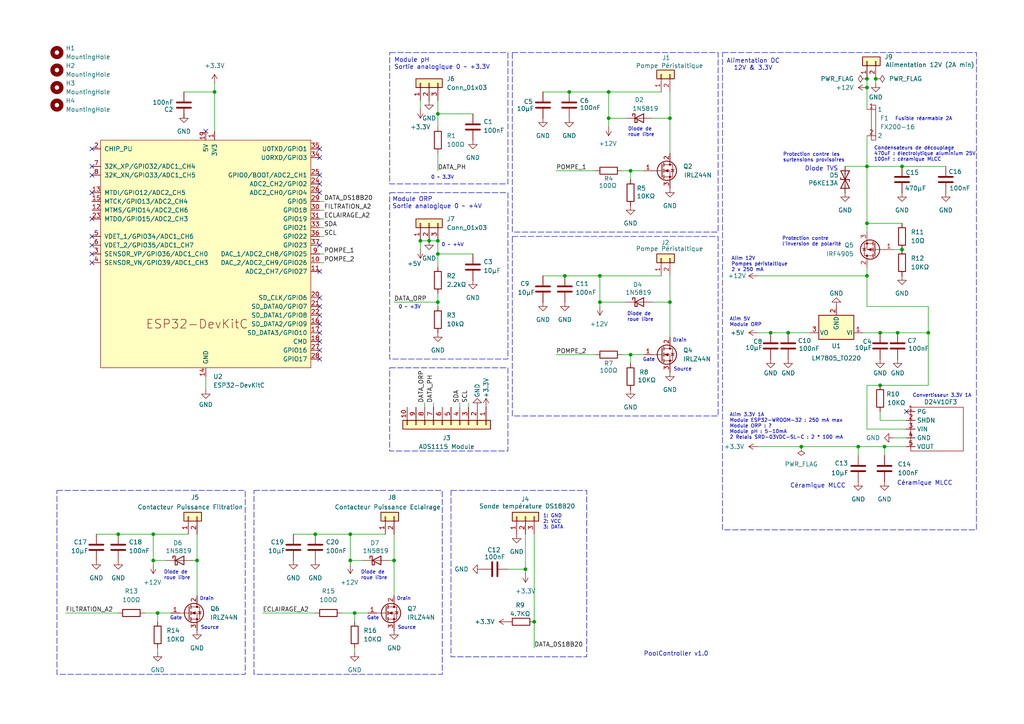
<source format=kicad_sch>
(kicad_sch (version 20250114) (generator "eeschema") (generator_version "9.0")
  (paper "A4")
  (rectangle (start 113.03 55.88) (end 147.32 104.14) (stroke (width 0) (type dash)))
  (rectangle (start 130.81 142.24) (end 170.18 190.5) (stroke (width 0) (type dash)))
  (rectangle (start 148.59 68.58) (end 208.28 120.65) (stroke (width 0) (type dash)))
  (rectangle (start 113.03 15.24) (end 147.32 53.34) (stroke (width 0) (type dash)))
  (rectangle (start 113.03 106.68) (end 147.32 130.81) (stroke (width 0) (type dash)))
  (rectangle (start 73.66 142.24) (end 128.27 195.58) (stroke (width 0) (type dash)))
  (rectangle (start 16.51 142.24) (end 71.12 195.58) (stroke (width 0) (type dash)))
  (rectangle (start 148.59 15.24) (end 208.28 67.31) (stroke (width 0) (type dash)))
  (rectangle (start 209.55 15.24) (end 283.21 153.67) (stroke (width 0) (type dash)))
  (text "0 ~ +4V" (at 128.016 71.12 0) (effects (font (size 1.016 1.016)) (justify left)))
  (text "Alimentation DC\n12V & 3.3V" (at 218.44 18.796 0) (effects (font (size 1.27 1.27))))
  (text "Protection contre \nl'inversion de polarité" (at 226.822 70.104 0) (effects (font (size 1.016 1.016)) (justify left)))
  (text "Céramique MLCC" (at 268.224 140.208 0) (effects (font (size 1.27 1.27))))
  (text "Diode de\nroue libre" (at 47.498 166.878 0) (effects (font (size 1.016 1.016)) (justify left)))
  (text "PoolController v1.0" (at 196.088 189.738 0) (effects (font (size 1.27 1.27))))
  (text "Gate" (at 106.426 179.324 0) (effects (font (size 1.016 1.016)) (justify left)))
  (text "Drain" (at 115.062 173.736 0) (effects (font (size 1.016 1.016)) (justify left)))
  (text "Diode de\nroue libre" (at 182.118 38.354 0) (effects (font (size 1.016 1.016)) (justify left)))
  (text "Module ORP \nSortie analogique 0 ~ +4V" (at 113.792 58.928 0) (effects (font (size 1.27 1.27)) (justify left)))
  (text "Diode de\nroue libre" (at 104.648 166.878 0) (effects (font (size 1.016 1.016)) (justify left)))
  (text "Alim 3.3V 1A\nModule ESP32-WROOM-32 : 250 mA max\nModule ORP : ?\nModule pH : 5-10mA\n2 Relais SRD-03VDC-SL-C : 2 * 100 mA" (at 211.582 123.698 0) (effects (font (size 1.016 1.016)) (justify left)))
  (text "Drain" (at 195.072 98.806 0) (effects (font (size 1.016 1.016)) (justify left)))
  (text "Source" (at 58.166 182.118 0) (effects (font (size 1.016 1.016)) (justify left)))
  (text "Drain" (at 57.912 173.736 0) (effects (font (size 1.016 1.016)) (justify left)))
  (text "Source" (at 195.326 107.188 0) (effects (font (size 1.016 1.016)) (justify left)))
  (text "1: GND\n2: VCC\n3: DATA" (at 157.48 151.384 0) (effects (font (size 1.016 1.016)) (justify left)))
  (text "Alim 12V\nPompes péristaltique\n2 x 250 mA" (at 212.09 76.708 0) (effects (font (size 1.016 1.016)) (justify left)))
  (text "Diode TVS" (at 238.252 49.022 0) (effects (font (size 1.27 1.27))))
  (text "Source" (at 115.316 182.118 0) (effects (font (size 1.016 1.016)) (justify left)))
  (text "Alim 5V\nModule ORP" (at 211.582 93.472 0) (effects (font (size 1.016 1.016)) (justify left)))
  (text "Gate" (at 49.276 179.324 0) (effects (font (size 1.016 1.016)) (justify left)))
  (text "0 ~ +3V" (at 115.57 89.154 0) (effects (font (size 1.016 1.016)) (justify left)))
  (text "Module pH\nSortie analogique 0 ~ +3.3V" (at 114.3 18.542 0) (effects (font (size 1.27 1.27)) (justify left)))
  (text "Convertisseur 3.3V 1A" (at 264.668 114.808 0) (effects (font (size 1.016 1.016)) (justify left)))
  (text "0 ~ 3.3V" (at 124.968 51.562 0) (effects (font (size 1.016 1.016)) (justify left)))
  (text "Fusible réarmable 2A" (at 259.588 34.544 0) (effects (font (size 1.016 1.016)) (justify left)))
  (text "Gate" (at 186.436 104.394 0) (effects (font (size 1.016 1.016)) (justify left)))
  (text "Condensateurs de découplage\n470uF : électrolytique aluminium 25V\n100nF : céramique MLCC" (at 253.492 44.704 0) (effects (font (size 1.016 1.016)) (justify left)))
  (text "Diode de\nroue libre" (at 181.864 91.948 0) (effects (font (size 1.016 1.016)) (justify left)))
  (text "Céramique MLCC" (at 237.236 140.97 0) (effects (font (size 1.27 1.27))))
  (text "Protection contre les\nsurtensions provisoires" (at 227.076 45.72 0) (effects (font (size 1.016 1.016)) (justify left)))
  (junction (at 248.92 129.54))
  (junction (at 182.88 49.53))
  (junction (at 45.72 177.8))
  (junction (at 163.83 80.01))
  (junction (at 176.53 34.29))
  (junction (at 127 73.66))
  (junction (at 256.54 129.54))
  (junction (at 269.24 96.52))
  (junction (at 251.46 64.77))
  (junction (at 101.6 154.94))
  (junction (at 260.35 96.52))
  (junction (at 194.31 87.63))
  (junction (at 261.62 48.26))
  (junction (at 62.23 26.67))
  (junction (at 173.99 80.01))
  (junction (at 228.6 96.52))
  (junction (at 102.87 177.8))
  (junction (at 251.46 48.26))
  (junction (at 254 22.86))
  (junction (at 261.62 72.39))
  (junction (at 251.46 80.01))
  (junction (at 124.46 69.85))
  (junction (at 91.44 154.94))
  (junction (at 121.92 69.85))
  (junction (at 114.3 162.56))
  (junction (at 255.27 96.52))
  (junction (at 251.46 22.86))
  (junction (at 255.27 111.76))
  (junction (at 152.4 165.1))
  (junction (at 127 87.63))
  (junction (at 182.88 102.87))
  (junction (at 194.31 34.29))
  (junction (at 251.46 25.4))
  (junction (at 44.45 162.56))
  (junction (at 127 69.85))
  (junction (at 57.15 162.56))
  (junction (at 173.99 87.63))
  (junction (at 44.45 154.94))
  (junction (at 154.94 180.34))
  (junction (at 176.53 26.67))
  (junction (at 223.52 96.52))
  (junction (at 232.41 129.54))
  (junction (at 165.1 26.67))
  (junction (at 34.29 154.94))
  (junction (at 127 33.02))
  (junction (at 101.6 162.56))
  (no_connect (at 92.71 50.8))
  (no_connect (at 26.67 48.26))
  (no_connect (at 92.71 71.12))
  (no_connect (at 26.67 55.88))
  (no_connect (at 26.67 71.12))
  (no_connect (at 59.69 38.1))
  (no_connect (at 92.71 101.6))
  (no_connect (at 92.71 45.72))
  (no_connect (at 92.71 91.44))
  (no_connect (at 92.71 78.74))
  (no_connect (at 26.67 68.58))
  (no_connect (at 26.67 63.5))
  (no_connect (at 26.67 76.2))
  (no_connect (at 26.67 50.8))
  (no_connect (at 262.89 119.38))
  (no_connect (at 92.71 93.98))
  (no_connect (at 26.67 43.18))
  (no_connect (at 92.71 86.36))
  (no_connect (at 92.71 99.06))
  (no_connect (at 92.71 53.34))
  (no_connect (at 26.67 73.66))
  (no_connect (at 92.71 88.9))
  (no_connect (at 92.71 96.52))
  (no_connect (at 92.71 104.14))
  (no_connect (at 92.71 43.18))
  (no_connect (at 92.71 55.88))
  (wire (pts (xy 121.92 31.75) (xy 121.92 29.21)))
  (wire (pts (xy 147.32 165.1) (xy 152.4 165.1)))
  (wire (pts (xy 260.35 96.52) (xy 269.24 96.52)))
  (wire (pts (xy 124.46 69.85) (xy 127 69.85)))
  (wire (pts (xy 251.46 124.46) (xy 262.89 124.46)))
  (wire (pts (xy 59.69 113.03) (xy 59.69 109.22)))
  (wire (pts (xy 248.92 129.54) (xy 248.92 132.08)))
  (wire (pts (xy 93.98 60.96) (xy 92.71 60.96)))
  (wire (pts (xy 34.29 154.94) (xy 44.45 154.94)))
  (wire (pts (xy 248.92 129.54) (xy 256.54 129.54)))
  (wire (pts (xy 101.6 162.56) (xy 105.41 162.56)))
  (wire (pts (xy 189.23 34.29) (xy 194.31 34.29)))
  (wire (pts (xy 85.09 154.94) (xy 91.44 154.94)))
  (wire (pts (xy 121.92 69.85) (xy 124.46 69.85)))
  (wire (pts (xy 194.31 87.63) (xy 194.31 97.79)))
  (wire (pts (xy 154.94 154.94) (xy 154.94 180.34)))
  (wire (pts (xy 256.54 129.54) (xy 262.89 129.54)))
  (wire (pts (xy 113.03 162.56) (xy 114.3 162.56)))
  (wire (pts (xy 232.41 129.54) (xy 248.92 129.54)))
  (wire (pts (xy 157.48 80.01) (xy 163.83 80.01)))
  (wire (pts (xy 165.1 26.67) (xy 176.53 26.67)))
  (wire (pts (xy 127 29.21) (xy 127 33.02)))
  (wire (pts (xy 127 88.9) (xy 127 87.63)))
  (wire (pts (xy 261.62 48.26) (xy 274.32 48.26)))
  (wire (pts (xy 173.99 88.9) (xy 173.99 87.63)))
  (wire (pts (xy 45.72 177.8) (xy 49.53 177.8)))
  (wire (pts (xy 152.4 165.1) (xy 152.4 154.94)))
  (wire (pts (xy 44.45 163.83) (xy 44.45 162.56)))
  (wire (pts (xy 256.54 129.54) (xy 256.54 132.08)))
  (wire (pts (xy 251.46 111.76) (xy 251.46 124.46)))
  (wire (pts (xy 102.87 177.8) (xy 102.87 180.34)))
  (wire (pts (xy 161.29 102.87) (xy 172.72 102.87)))
  (wire (pts (xy 189.23 87.63) (xy 194.31 87.63)))
  (wire (pts (xy 101.6 154.94) (xy 111.76 154.94)))
  (wire (pts (xy 251.46 22.86) (xy 251.46 25.4)))
  (wire (pts (xy 219.71 129.54) (xy 232.41 129.54)))
  (wire (pts (xy 45.72 177.8) (xy 45.72 180.34)))
  (wire (pts (xy 114.3 87.63) (xy 127 87.63)))
  (wire (pts (xy 27.94 154.94) (xy 34.29 154.94)))
  (wire (pts (xy 127 73.66) (xy 137.16 73.66)))
  (wire (pts (xy 182.88 49.53) (xy 186.69 49.53)))
  (wire (pts (xy 262.89 127) (xy 259.08 127)))
  (wire (pts (xy 251.46 77.47) (xy 251.46 80.01)))
  (wire (pts (xy 93.98 63.5) (xy 92.71 63.5)))
  (wire (pts (xy 182.88 102.87) (xy 182.88 105.41)))
  (wire (pts (xy 176.53 26.67) (xy 176.53 34.29)))
  (wire (pts (xy 176.53 34.29) (xy 181.61 34.29)))
  (wire (pts (xy 41.91 177.8) (xy 45.72 177.8)))
  (wire (pts (xy 173.99 80.01) (xy 191.77 80.01)))
  (wire (pts (xy 62.23 24.13) (xy 62.23 26.67)))
  (wire (pts (xy 127 33.02) (xy 137.16 33.02)))
  (wire (pts (xy 228.6 96.52) (xy 234.95 96.52)))
  (wire (pts (xy 99.06 177.8) (xy 102.87 177.8)))
  (wire (pts (xy 194.31 34.29) (xy 194.31 44.45)))
  (wire (pts (xy 182.88 102.87) (xy 186.69 102.87)))
  (wire (pts (xy 262.89 121.92) (xy 255.27 121.92)))
  (wire (pts (xy 173.99 87.63) (xy 181.61 87.63)))
  (wire (pts (xy 194.31 80.01) (xy 194.31 87.63)))
  (wire (pts (xy 101.6 162.56) (xy 101.6 154.94)))
  (wire (pts (xy 45.72 187.96) (xy 45.72 189.23)))
  (wire (pts (xy 251.46 48.26) (xy 251.46 64.77)))
  (wire (pts (xy 102.87 177.8) (xy 106.68 177.8)))
  (wire (pts (xy 254 22.86) (xy 254 24.13)))
  (wire (pts (xy 163.83 80.01) (xy 173.99 80.01)))
  (wire (pts (xy 269.24 111.76) (xy 255.27 111.76)))
  (wire (pts (xy 250.19 96.52) (xy 255.27 96.52)))
  (wire (pts (xy 176.53 34.29) (xy 176.53 36.83)))
  (wire (pts (xy 176.53 26.67) (xy 191.77 26.67)))
  (wire (pts (xy 53.34 26.67) (xy 62.23 26.67)))
  (wire (pts (xy 102.87 187.96) (xy 102.87 189.23)))
  (wire (pts (xy 55.88 162.56) (xy 57.15 162.56)))
  (wire (pts (xy 251.46 64.77) (xy 261.62 64.77)))
  (wire (pts (xy 154.94 180.34) (xy 154.94 187.96)))
  (wire (pts (xy 114.3 162.56) (xy 114.3 172.72)))
  (wire (pts (xy 255.27 119.38) (xy 255.27 121.92)))
  (wire (pts (xy 180.34 49.53) (xy 182.88 49.53)))
  (wire (pts (xy 223.52 96.52) (xy 228.6 96.52)))
  (wire (pts (xy 251.46 48.26) (xy 261.62 48.26)))
  (wire (pts (xy 101.6 163.83) (xy 101.6 162.56)))
  (wire (pts (xy 57.15 154.94) (xy 57.15 162.56)))
  (wire (pts (xy 92.71 76.2) (xy 93.98 76.2)))
  (wire (pts (xy 251.46 64.77) (xy 251.46 67.31)))
  (wire (pts (xy 269.24 96.52) (xy 269.24 111.76)))
  (wire (pts (xy 245.11 48.26) (xy 251.46 48.26)))
  (wire (pts (xy 251.46 25.4) (xy 251.46 31.75)))
  (wire (pts (xy 133.35 116.84) (xy 133.35 118.11)))
  (wire (pts (xy 76.2 177.8) (xy 91.44 177.8)))
  (wire (pts (xy 53.34 34.29) (xy 53.34 33.02)))
  (wire (pts (xy 135.89 116.84) (xy 135.89 118.11)))
  (wire (pts (xy 157.48 26.67) (xy 165.1 26.67)))
  (wire (pts (xy 269.24 88.9) (xy 269.24 96.52)))
  (wire (pts (xy 180.34 102.87) (xy 182.88 102.87)))
  (wire (pts (xy 127 33.02) (xy 127 36.83)))
  (wire (pts (xy 92.71 68.58) (xy 93.98 68.58)))
  (wire (pts (xy 182.88 49.53) (xy 182.88 52.07)))
  (wire (pts (xy 251.46 80.01) (xy 251.46 88.9)))
  (wire (pts (xy 91.44 154.94) (xy 101.6 154.94)))
  (wire (pts (xy 92.71 66.04) (xy 93.98 66.04)))
  (wire (pts (xy 57.15 162.56) (xy 57.15 172.72)))
  (wire (pts (xy 123.19 116.84) (xy 123.19 118.11)))
  (wire (pts (xy 92.71 73.66) (xy 93.98 73.66)))
  (wire (pts (xy 127 73.66) (xy 127 77.47)))
  (wire (pts (xy 125.73 116.84) (xy 125.73 118.11)))
  (wire (pts (xy 255.27 96.52) (xy 260.35 96.52)))
  (wire (pts (xy 44.45 162.56) (xy 48.26 162.56)))
  (wire (pts (xy 219.71 80.01) (xy 251.46 80.01)))
  (wire (pts (xy 251.46 88.9) (xy 269.24 88.9)))
  (wire (pts (xy 127 69.85) (xy 127 73.66)))
  (wire (pts (xy 152.4 166.37) (xy 152.4 165.1)))
  (wire (pts (xy 194.31 26.67) (xy 194.31 34.29)))
  (wire (pts (xy 161.29 49.53) (xy 172.72 49.53)))
  (wire (pts (xy 44.45 154.94) (xy 54.61 154.94)))
  (wire (pts (xy 219.71 96.52) (xy 223.52 96.52)))
  (wire (pts (xy 127 44.45) (xy 127 49.53)))
  (wire (pts (xy 92.71 58.42) (xy 93.98 58.42)))
  (wire (pts (xy 62.23 26.67) (xy 62.23 38.1)))
  (wire (pts (xy 44.45 162.56) (xy 44.45 154.94)))
  (wire (pts (xy 114.3 154.94) (xy 114.3 162.56)))
  (wire (pts (xy 251.46 39.37) (xy 251.46 48.26)))
  (wire (pts (xy 19.05 177.8) (xy 34.29 177.8)))
  (wire (pts (xy 251.46 111.76) (xy 255.27 111.76)))
  (wire (pts (xy 173.99 87.63) (xy 173.99 80.01)))
  (wire (pts (xy 127 87.63) (xy 127 85.09)))
  (wire (pts (xy 121.92 72.39) (xy 121.92 69.85)))
  (wire (pts (xy 261.62 72.39) (xy 259.08 72.39)))
  (label "SCL" (at 135.89 116.84 90))
  (label "FILTRATION_A2" (at 93.98 60.96 0))
  (label "POMPE_1" (at 161.29 49.53 0))
  (label "DATA_DS18B20" (at 93.98 58.42 0))
  (label "DATA_PH" (at 127 49.53 0))
  (label "SDA" (at 133.35 116.84 90))
  (label "DATA_PH" (at 125.73 116.84 90))
  (label "POMPE_2" (at 93.98 76.2 0))
  (label "SCL" (at 93.98 68.58 0))
  (label "SDA" (at 93.98 66.04 0))
  (label "POMPE_2" (at 161.29 102.87 0))
  (label "FILTRATION_A2" (at 19.05 177.8 0))
  (label "ECLAIRAGE_A2" (at 93.98 63.5 0))
  (label "DATA_ORP" (at 114.3 87.63 0))
  (label "POMPE_1" (at 93.98 73.66 0))
  (label "ECLAIRAGE_A2" (at 76.2 177.8 0))
  (label "DATA_DS18B20" (at 154.94 187.96 0))
  (label "DATA_ORP" (at 123.19 116.84 90))
  (symbol (lib_id "power:+3.3V") (at 147.32 180.34 90) (unit 1)
    (property "Reference" "#PWR023" (effects (hide yes)))
    (property "Value" "+3.3V" (at 143.51 180.3399 90) (effects (justify left)))
    (property "Description" "Power symbol creates a global label with name \"+3.3V\"" (effects (hide yes)))
  )
  (symbol (lib_id "Device:C") (at 248.92 135.89 0) (unit 1)
    (property "Reference" "C13" (at 242.062 134.366 0) (effects (justify left)))
    (property "Value" "10 µF" (at 241.046 137.16 0) (effects (justify left)))
    (property "Footprint" "Capacitor_THT:C_Disc_D6.0mm_W4.4mm_P5.00mm" (effects (hide yes)))
    (property "Description" "Unpolarized capacitor" (effects (hide yes)))
  )
  (symbol (lib_id "Device:R") (at 45.72 184.15 0) (unit 1)
    (property "Reference" "R14" (at 48.26 182.8799 0) (effects (justify left)))
    (property "Value" "10KΩ" (at 48.26 185.4199 0) (effects (justify left)))
    (property "Footprint" "Resistor_THT:R_Axial_DIN0207_L6.3mm_D2.5mm_P10.16mm_Horizontal" (effects (hide yes)))
    (property "Description" "Resistor" (effects (hide yes)))
  )
  (symbol (lib_id "power:+5V") (at 219.71 96.52 90) (unit 1)
    (property "Reference" "#PWR07" (effects (hide yes)))
    (property "Value" "+5V" (at 215.9 96.5199 90) (effects (justify left)))
    (property "Description" "Power symbol creates a global label with name \"+5V\"" (effects (hide yes)))
  )
  (symbol (lib_id "power:GND") (at 157.48 34.29 0) (unit 1)
    (property "Reference" "#PWR08" (effects (hide yes)))
    (property "Value" "GND" (at 157.48 39.37 0))
    (property "Description" "Power symbol creates a global label with name \"GND\" , ground" (effects (hide yes)))
  )
  (symbol (lib_id "Device:C") (at 27.94 158.75 0) (unit 1)
    (property "Reference" "C17" (at 21.336 157.226 0) (effects (justify left)))
    (property "Value" "10 µF" (at 20.574 159.766 0) (effects (justify left)))
    (property "Footprint" "Capacitor_THT:C_Disc_D6.0mm_W4.4mm_P5.00mm" (effects (hide yes)))
    (property "Description" "Unpolarized capacitor" (effects (hide yes)))
  )
  (symbol (lib_id "power:GND") (at 139.7 165.1 270) (unit 1)
    (property "Reference" "#PWR022" (effects (hide yes)))
    (property "Value" "GND" (at 135.89 165.0999 90) (effects (justify right)))
    (property "Description" "Power symbol creates a global label with name \"GND\" , ground" (effects (hide yes)))
  )
  (symbol (lib_id "Device:C") (at 223.52 100.33 0) (unit 1)
    (property "Reference" "C8" (at 218.44 99.06 0) (effects (justify left)))
    (property "Value" "10 µF" (at 216.154 100.838 0) (effects (justify left)))
    (property "Footprint" "Capacitor_THT:C_Disc_D6.0mm_W4.4mm_P5.00mm" (effects (hide yes)))
    (property "Description" "Unpolarized capacitor" (effects (hide yes)))
  )
  (symbol (lib_id "power:GND") (at 260.35 104.14 0) (unit 1)
    (property "Reference" "#PWR014" (effects (hide yes)))
    (property "Value" "GND" (at 260.35 108.204 0))
    (property "Description" "Power symbol creates a global label with name \"GND\" , ground" (effects (hide yes)))
  )
  (symbol (lib_id "Device:R") (at 127 81.28 0) (unit 1)
    (property "Reference" "R2" (at 129.54 80.0099 0) (effects (justify left)))
    (property "Value" "2.2kΩ" (at 129.54 82.5499 0) (effects (justify left)))
    (property "Footprint" "Resistor_THT:R_Axial_DIN0207_L6.3mm_D2.5mm_P10.16mm_Horizontal" (effects (hide yes)))
    (property "Description" "Resistor" (effects (hide yes)))
  )
  (symbol (lib_id "power:GND") (at 124.46 69.85 0) (unit 1)
    (property "Reference" "#PWR029" (effects (hide yes)))
    (property "Value" "GND" (at 124.46 74.93 0))
    (property "Description" "Power symbol creates a global label with name \"GND\" , ground" (effects (hide yes)))
  )
  (symbol (lib_id "power:GND") (at 57.15 182.88 0) (unit 1)
    (property "Reference" "#PWR045" (effects (hide yes)))
    (property "Value" "GND" (at 57.15 187.96 0))
    (property "Description" "Power symbol creates a global label with name \"GND\" , ground" (effects (hide yes)))
  )
  (symbol (lib_id "Connector_Generic:Conn_01x10") (at 130.81 123.19 270) (unit 1)
    (property "Reference" "J3" (at 129.54 127 90))
    (property "Value" "ADS1115 Module" (at 129.54 129.54 90))
    (property "Description" "Generic connector, single row, 01x10, script generated (kicad-library-utils/schlib/autogen/connector/)" (effects (hide yes)))
  )
  (symbol (lib_id "power:GND") (at 149.86 154.94 0) (unit 1)
    (property "Reference" "#PWR024" (effects (hide yes)))
    (property "Value" "GND" (at 149.86 160.02 0))
    (property "Description" "Power symbol creates a global label with name \"GND\" , ground" (effects (hide yes)))
  )
  (symbol (lib_id "power:GND") (at 34.29 162.56 0) (unit 1)
    (property "Reference" "#PWR043" (effects (hide yes)))
    (property "Value" "GND" (at 34.29 167.64 0))
    (property "Description" "Power symbol creates a global label with name \"GND\" , ground" (effects (hide yes)))
  )
  (symbol (lib_id "power:GND") (at 274.32 55.88 0) (unit 1)
    (property "Reference" "#PWR039" (effects (hide yes)))
    (property "Value" "GND" (at 274.32 60.96 0))
    (property "Description" "Power symbol creates a global label with name \"GND\" , ground" (effects (hide yes)))
  )
  (symbol (lib_id "Transistor_FET:IRLZ44N") (at 191.77 102.87 0) (unit 1)
    (property "Reference" "Q4" (at 198.12 101.5999 0) (effects (justify left)))
    (property "Value" "IRLZ44N" (at 198.12 104.1399 0) (effects (justify left)))
    (property "Footprint" "Package_TO_SOT_THT:TO-220-3_Vertical" (effects (hide yes)))
    (property "Datasheet" "http://www.irf.com/product-info/datasheets/data/irlz44n.pdf" (effects (hide yes)))
    (property "Description" "47A Id, 55V Vds, 22mOhm Rds Single N-Channel HEXFET Power MOSFET, TO-220AB" (effects (hide yes)))
  )
  (symbol (lib_id "Diode:1N5819") (at 185.42 87.63 0) (unit 1)
    (property "Reference" "D4" (at 184.912 82.55 0))
    (property "Value" "1N5819" (at 185.166 84.836 0))
    (property "Footprint" "Diode_THT:D_DO-15_P10.16mm_Horizontal" (effects (hide yes)))
    (property "Datasheet" "http://www.vishay.com/docs/88525/1n5817.pdf" (effects (hide yes)))
    (property "Description" "40V 1A Schottky Barrier Rectifier Diode, DO-41" (effects (hide yes)))
  )
  (symbol (lib_id "power:PWR_FLAG") (at 254 22.86 270) (unit 1)
    (property "Reference" "#FLG015" (effects (hide yes)))
    (property "Value" "PWR_FLAG" (at 257.81 22.8599 90) (effects (justify left)))
    (property "Description" "Special symbol for telling ERC where power comes from" (effects (hide yes)))
  )
  (symbol (lib_id "Connector_Generic:Conn_01x03") (at 152.4 149.86 90) (unit 1)
    (property "Reference" "J4" (at 151.13 144.78 90) (effects (justify right)))
    (property "Value" "Sonde température DS18B20" (at 138.938 146.812 90) (effects (justify right)))
    (property "Footprint" "TerminalBlock_Altech:Altech_AK100_1x03_P5.00mm" (effects (hide yes)))
    (property "Description" "Generic connector, single row, 01x03, script generated (kicad-library-utils/schlib/autogen/connector/)" (effects (hide yes)))
  )
  (symbol (lib_id "Device:C") (at 137.16 36.83 0) (unit 1)
    (property "Reference" "C1" (at 140.208 35.306 0) (effects (justify left)))
    (property "Value" "100nF" (at 140.208 37.846 0) (effects (justify left)))
    (property "Footprint" "Capacitor_THT:C_Disc_D3.8mm_W2.6mm_P2.50mm" (effects (hide yes)))
    (property "Description" "Unpolarized capacitor" (effects (hide yes)))
  )
  (symbol (lib_id "Device:C") (at 260.35 100.33 0) (unit 1)
    (property "Reference" "C7" (at 263.144 98.806 0) (effects (justify left)))
    (property "Value" "100nF" (at 263.398 101.092 0) (effects (justify left)))
    (property "Footprint" "Capacitor_THT:C_Disc_D3.8mm_W2.6mm_P2.50mm" (effects (hide yes)))
    (property "Description" "Unpolarized capacitor" (effects (hide yes)))
  )
  (symbol (lib_id "Device:R") (at 261.62 68.58 0) (unit 1)
    (property "Reference" "R11" (at 264.16 67.3099 0) (effects (justify left)))
    (property "Value" "10Ω" (at 264.16 69.8499 0) (effects (justify left)))
    (property "Footprint" "Resistor_THT:R_Axial_DIN0207_L6.3mm_D2.5mm_P10.16mm_Horizontal" (effects (hide yes)))
    (property "Description" "Resistor" (effects (hide yes)))
  )
  (symbol (lib_id "power:+5V") (at 121.92 72.39 180) (unit 1)
    (property "Reference" "#PWR051" (effects (hide yes)))
    (property "Value" "+5V" (at 120.142 76.454 0))
    (property "Description" "Power symbol creates a global label with name \"+5V\"" (effects (hide yes)))
  )
  (symbol (lib_id "power:GND") (at 165.1 34.29 0) (unit 1)
    (property "Reference" "#PWR09" (effects (hide yes)))
    (property "Value" "GND" (at 165.1 39.37 0))
    (property "Description" "Power symbol creates a global label with name \"GND\" , ground" (effects (hide yes)))
  )
  (symbol (lib_id "power:PWR_FLAG") (at 232.41 129.54 180) (unit 1)
    (property "Reference" "#FLG011" (effects (hide yes)))
    (property "Value" "PWR_FLAG" (at 232.41 134.62 0))
    (property "Description" "Special symbol for telling ERC where power comes from" (effects (hide yes)))
  )
  (symbol (lib_id "power:GND") (at 182.88 113.03 0) (unit 1)
    (property "Reference" "#PWR019" (effects (hide yes)))
    (property "Value" "GND" (at 182.88 118.11 0))
    (property "Description" "Power symbol creates a global label with name \"GND\" , ground" (effects (hide yes)))
  )
  (symbol (lib_id "Device:R") (at 95.25 177.8 270) (unit 1)
    (property "Reference" "R15" (at 95.25 171.45 90))
    (property "Value" "100Ω" (at 95.25 173.99 90))
    (property "Footprint" "Resistor_THT:R_Axial_DIN0207_L6.3mm_D2.5mm_P10.16mm_Horizontal" (effects (hide yes)))
    (property "Description" "Resistor" (effects (hide yes)))
  )
  (symbol (lib_id "power:GND") (at 59.69 113.03 0) (unit 1)
    (property "Reference" "#PWR05" (effects (hide yes)))
    (property "Value" "GND" (at 59.69 117.348 0))
    (property "Description" "Power symbol creates a global label with name \"GND\" , ground" (effects (hide yes)))
  )
  (symbol (lib_id "Transistor_FET:IRLZ44N") (at 54.61 177.8 0) (unit 1)
    (property "Reference" "Q6" (at 60.96 176.5299 0) (effects (justify left)))
    (property "Value" "IRLZ44N" (at 60.96 179.0699 0) (effects (justify left)))
    (property "Footprint" "Package_TO_SOT_THT:TO-220-3_Vertical" (effects (hide yes)))
    (property "Datasheet" "http://www.irf.com/product-info/datasheets/data/irlz44n.pdf" (effects (hide yes)))
    (property "Description" "47A Id, 55V Vds, 22mOhm Rds Single N-Channel HEXFET Power MOSFET, TO-220AB" (effects (hide yes)))
  )
  (symbol (lib_id "power:GND") (at 85.09 162.56 0) (unit 1)
    (property "Reference" "#PWR041" (effects (hide yes)))
    (property "Value" "GND" (at 85.09 167.64 0))
    (property "Description" "Power symbol creates a global label with name \"GND\" , ground" (effects (hide yes)))
  )
  (symbol (lib_id "Device:R") (at 261.62 76.2 0) (unit 1)
    (property "Reference" "R12" (at 264.16 74.9299 0) (effects (justify left)))
    (property "Value" "10KΩ" (at 264.16 77.4699 0) (effects (justify left)))
    (property "Footprint" "Resistor_THT:R_Axial_DIN0207_L6.3mm_D2.5mm_P10.16mm_Horizontal" (effects (hide yes)))
    (property "Description" "Resistor" (effects (hide yes)))
  )
  (symbol (lib_id "Device:C") (at 274.32 52.07 0) (unit 1)
    (property "Reference" "C16" (at 275.082 49.784 0) (effects (justify left)))
    (property "Value" "100nF" (at 275.336 54.61 0) (effects (justify left)))
    (property "Footprint" "Capacitor_THT:C_Disc_D3.8mm_W2.6mm_P2.50mm" (effects (hide yes)))
    (property "Description" "Unpolarized capacitor" (effects (hide yes)))
  )
  (symbol (lib_id "Device:C") (at 255.27 100.33 0) (unit 1)
    (property "Reference" "C4" (at 250.19 99.06 0) (effects (justify left)))
    (property "Value" "10 µF" (at 247.904 100.838 0) (effects (justify left)))
    (property "Footprint" "Capacitor_THT:C_Disc_D6.0mm_W4.4mm_P5.00mm" (effects (hide yes)))
    (property "Description" "Unpolarized capacitor" (effects (hide yes)))
  )
  (symbol (lib_id "power:GND") (at 261.62 80.01 0) (unit 1)
    (property "Reference" "#PWR038" (effects (hide yes)))
    (property "Value" "GND" (at 261.62 85.09 0))
    (property "Description" "Power symbol creates a global label with name \"GND\" , ground" (effects (hide yes)))
  )
  (symbol (lib_id "Device:C") (at 85.09 158.75 0) (unit 1)
    (property "Reference" "C19" (at 78.486 157.226 0) (effects (justify left)))
    (property "Value" "10 µF" (at 77.724 159.766 0) (effects (justify left)))
    (property "Footprint" "Capacitor_THT:C_Disc_D6.0mm_W4.4mm_P5.00mm" (effects (hide yes)))
    (property "Description" "Unpolarized capacitor" (effects (hide yes)))
  )
  (symbol (lib_id "Connector_Generic:Conn_01x02") (at 54.61 149.86 90) (unit 1)
    (property "Reference" "J5" (at 55.372 144.272 90) (effects (justify right)))
    (property "Value" "Contacteur Puissance Filtration" (at 39.878 147.066 90) (effects (justify right)))
    (property "Footprint" "TerminalBlock_Altech:Altech_AK100_1x02_P5.00mm" (effects (hide yes)))
    (property "Description" "Generic connector, single row, 01x02, script generated (kicad-library-utils/schlib/autogen/connector/)" (effects (hide yes)))
  )
  (symbol (lib_id "power:+12V") (at 44.45 163.83 180) (unit 1)
    (property "Reference" "#PWR044" (effects (hide yes)))
    (property "Value" "+12V" (at 44.196 168.91 0))
    (property "Description" "Power symbol creates a global label with name \"+12V\"" (effects (hide yes)))
  )
  (symbol (lib_id "Transistor_FET:IRF4905") (at 254 72.39 180) (unit 1)
    (property "Reference" "Q5" (at 247.65 71.1199 0) (effects (justify left)))
    (property "Value" "IRF4905" (at 247.65 73.6599 0) (effects (justify left)))
    (property "Footprint" "Package_TO_SOT_THT:TO-220-3_Vertical" (effects (hide yes)))
    (property "Datasheet" "http://www.infineon.com/dgdl/irf4905.pdf?fileId=5546d462533600a4015355e32165197c" (effects (hide yes)))
    (property "Description" "-74A Id, -55V Vds, Single P-Channel HEXFET Power MOSFET, 20mOhm Ron, TO-220AB" (effects (hide yes)))
  )
  (symbol (lib_id "power:GND") (at 163.83 87.63 0) (unit 1)
    (property "Reference" "#PWR018" (effects (hide yes)))
    (property "Value" "GND" (at 163.83 92.71 0))
    (property "Description" "Power symbol creates a global label with name \"GND\" , ground" (effects (hide yes)))
  )
  (symbol (lib_id "power:+12V") (at 251.46 25.4 90) (unit 1)
    (property "Reference" "#PWR040" (effects (hide yes)))
    (property "Value" "+12V" (at 247.65 25.3999 90) (effects (justify left)))
    (property "Description" "Power symbol creates a global label with name \"+12V\"" (effects (hide yes)))
  )
  (symbol (lib_id "MySymbols.lib:FX200-16") (at 251.46 35.56 0) (unit 1)
    (property "Reference" "F1" (at 255.27 34.2899 0) (effects (justify left)))
    (property "Value" "FX200-16" (at 255.27 36.8299 0) (effects (justify left)))
    (property "Footprint" "Fuse:Fuse_Bourns_MF-RHT200" (effects (hide yes)))
  )
  (symbol (lib_id "Diode:1N5819") (at 109.22 162.56 0) (unit 1)
    (property "Reference" "D7" (at 108.712 157.48 0))
    (property "Value" "1N5819" (at 108.966 159.766 0))
    (property "Footprint" "Diode_THT:D_DO-15_P10.16mm_Horizontal" (effects (hide yes)))
    (property "Datasheet" "http://www.vishay.com/docs/88525/1n5817.pdf" (effects (hide yes)))
    (property "Description" "40V 1A Schottky Barrier Rectifier Diode, DO-41" (effects (hide yes)))
  )
  (symbol (lib_id "Mechanical:MountingHole") (at 16.51 25.4 0) (unit 1) (in_bom no)
    (property "Reference" "H3" (at 19.05 24.1299 0) (effects (justify left)))
    (property "Value" "MountingHole" (at 19.05 26.6699 0) (effects (justify left)))
    (property "Footprint" "MountingHole:MountingHole_3.2mm_M3" (effects (hide yes)))
    (property "Description" "Mounting Hole without connection" (effects (hide yes)))
  )
  (symbol (lib_name "D24V10F3_1") (lib_id "MySymbols.lib:D24V10F3") (at 271.78 124.46 0) (unit 1)
    (property "Reference" "U3" (effects (hide yes)))
    (property "Value" "D24V10F3" (at 267.97 116.586 0) (effects (justify left)))
    (property "Footprint" "MyLibrary:Pololu_D24V10F3" (effects (hide yes)))
  )
  (symbol (lib_id "Connector_Generic:Conn_01x02") (at 191.77 21.59 90) (unit 1)
    (property "Reference" "J1" (at 192.024 16.764 90) (effects (justify right)))
    (property "Value" "Pompe Péristaltique" (at 184.404 19.05 90) (effects (justify right)))
    (property "Footprint" "TerminalBlock_Altech:Altech_AK100_1x02_P5.00mm" (effects (hide yes)))
    (property "Description" "Generic connector, single row, 01x02, script generated (kicad-library-utils/schlib/autogen/connector/)" (effects (hide yes)))
  )
  (symbol (lib_id "power:GND") (at 242.57 88.9 180) (unit 1)
    (property "Reference" "#PWR06" (effects (hide yes)))
    (property "Value" "GND" (at 242.57 85.09 0))
    (property "Description" "Power symbol creates a global label with name \"GND\" , ground" (effects (hide yes)))
  )
  (symbol (lib_id "Mechanical:MountingHole") (at 16.51 20.32 0) (unit 1) (in_bom no)
    (property "Reference" "H2" (at 19.05 19.0499 0) (effects (justify left)))
    (property "Value" "MountingHole" (at 19.05 21.5899 0) (effects (justify left)))
    (property "Footprint" "MountingHole:MountingHole_3.2mm_M3" (effects (hide yes)))
    (property "Description" "Mounting Hole without connection" (effects (hide yes)))
  )
  (symbol (lib_id "power:GND") (at 261.62 55.88 0) (unit 1)
    (property "Reference" "#PWR037" (effects (hide yes)))
    (property "Value" "GND" (at 261.62 60.96 0))
    (property "Description" "Power symbol creates a global label with name \"GND\" , ground" (effects (hide yes)))
  )
  (symbol (lib_id "power:+3.3V") (at 140.97 118.11 0) (unit 1)
    (property "Reference" "#PWR052" (effects (hide yes)))
    (property "Value" "+3.3V" (at 140.97 112.522 90))
    (property "Description" "Power symbol creates a global label with name \"+3.3V\"" (effects (hide yes)))
  )
  (symbol (lib_id "power:GND") (at 91.44 162.56 0) (unit 1)
    (property "Reference" "#PWR047" (effects (hide yes)))
    (property "Value" "GND" (at 91.44 167.64 0))
    (property "Description" "Power symbol creates a global label with name \"GND\" , ground" (effects (hide yes)))
  )
  (symbol (lib_id "Device:D_TVS") (at 245.11 52.07 90) (unit 1)
    (property "Reference" "D5" (at 240.538 50.8 90) (effects (justify right)))
    (property "Value" "P6KE13A" (at 234.442 53.086 90) (effects (justify right)))
    (property "Footprint" "Diode_THT:D_DO-15_P10.16mm_Horizontal" (effects (hide yes)))
    (property "Description" "Bidirectional transient-voltage-suppression diode" (effects (hide yes)))
  )
  (symbol (lib_id "Connector_Generic:Conn_01x02") (at 111.76 149.86 90) (unit 1)
    (property "Reference" "J8" (at 112.522 144.272 90) (effects (justify right)))
    (property "Value" "Contacteur Puissance Eclairage" (at 97.028 147.066 90) (effects (justify right)))
    (property "Footprint" "TerminalBlock_Altech:Altech_AK100_1x02_P5.00mm" (effects (hide yes)))
    (property "Description" "Generic connector, single row, 01x02, script generated (kicad-library-utils/schlib/autogen/connector/)" (effects (hide yes)))
  )
  (symbol (lib_id "power:GND") (at 127 96.52 0) (unit 1)
    (property "Reference" "#PWR027" (effects (hide yes)))
    (property "Value" "GND" (at 127 101.6 0))
    (property "Description" "Power symbol creates a global label with name \"GND\" , ground" (effects (hide yes)))
  )
  (symbol (lib_id "Device:C") (at 53.34 30.48 180) (unit 1)
    (property "Reference" "C2" (at 50.292 31.75 0) (effects (justify left)))
    (property "Value" "100nF" (at 50.292 29.718 0) (effects (justify left)))
    (property "Footprint" "Capacitor_THT:C_Disc_D3.8mm_W2.6mm_P2.50mm" (effects (hide yes)))
    (property "Description" "Unpolarized capacitor" (effects (hide yes)))
  )
  (symbol (lib_id "power:PWR_FLAG") (at 251.46 22.86 90) (unit 1)
    (property "Reference" "#FLG014" (effects (hide yes)))
    (property "Value" "PWR_FLAG" (at 247.65 22.8599 90) (effects (justify left)))
    (property "Description" "Special symbol for telling ERC where power comes from" (effects (hide yes)))
  )
  (symbol (lib_id "power:+3.3V") (at 219.71 129.54 90) (unit 1)
    (property "Reference" "#PWR031" (effects (hide yes)))
    (property "Value" "+3.3V" (at 215.9 129.5399 90) (effects (justify left)))
    (property "Description" "Power symbol creates a global label with name \"+3.3V\"" (effects (hide yes)))
  )
  (symbol (lib_id "Device:R") (at 102.87 184.15 0) (unit 1)
    (property "Reference" "R16" (at 105.41 182.8799 0) (effects (justify left)))
    (property "Value" "10KΩ" (at 105.41 185.4199 0) (effects (justify left)))
    (property "Footprint" "Resistor_THT:R_Axial_DIN0207_L6.3mm_D2.5mm_P10.16mm_Horizontal" (effects (hide yes)))
    (property "Description" "Resistor" (effects (hide yes)))
  )
  (symbol (lib_id "Transistor_FET:IRLZ44N") (at 111.76 177.8 0) (unit 1)
    (property "Reference" "Q7" (at 118.11 176.5299 0) (effects (justify left)))
    (property "Value" "IRLZ44N" (at 118.11 179.0699 0) (effects (justify left)))
    (property "Footprint" "Package_TO_SOT_THT:TO-220-3_Vertical" (effects (hide yes)))
    (property "Datasheet" "http://www.irf.com/product-info/datasheets/data/irlz44n.pdf" (effects (hide yes)))
    (property "Description" "47A Id, 55V Vds, 22mOhm Rds Single N-Channel HEXFET Power MOSFET, TO-220AB" (effects (hide yes)))
  )
  (symbol (lib_id "Device:C") (at 91.44 158.75 0) (unit 1)
    (property "Reference" "C20" (at 94.488 157.226 0) (effects (justify left)))
    (property "Value" "100nF" (at 94.488 159.766 0) (effects (justify left)))
    (property "Footprint" "Capacitor_THT:C_Disc_D3.8mm_W2.6mm_P2.50mm" (effects (hide yes)))
    (property "Description" "Unpolarized capacitor" (effects (hide yes)))
  )
  (symbol (lib_id "power:GND") (at 182.88 59.69 0) (unit 1)
    (property "Reference" "#PWR011" (effects (hide yes)))
    (property "Value" "GND" (at 182.88 64.77 0))
    (property "Description" "Power symbol creates a global label with name \"GND\" , ground" (effects (hide yes)))
  )
  (symbol (lib_id "Transistor_FET:IRLZ44N") (at 191.77 49.53 0) (unit 1)
    (property "Reference" "Q2" (at 198.12 48.2599 0) (effects (justify left)))
    (property "Value" "IRLZ44N" (at 198.374 50.8 0) (effects (justify left)))
    (property "Footprint" "Package_TO_SOT_THT:TO-220-3_Vertical" (effects (hide yes)))
    (property "Datasheet" "http://www.irf.com/product-info/datasheets/data/irlz44n.pdf" (effects (hide yes)))
    (property "Description" "47A Id, 55V Vds, 22mOhm Rds Single N-Channel HEXFET Power MOSFET, TO-220AB" (effects (hide yes)))
  )
  (symbol (lib_id "power:GND") (at 137.16 81.28 0) (unit 1)
    (property "Reference" "#PWR03" (effects (hide yes)))
    (property "Value" "GND" (at 137.16 86.36 0))
    (property "Description" "Power symbol creates a global label with name \"GND\" , ground" (effects (hide yes)))
  )
  (symbol (lib_id "Connector_Generic:Conn_01x03") (at 124.46 24.13 90) (unit 1)
    (property "Reference" "J6" (at 129.54 22.8599 90) (effects (justify right)))
    (property "Value" "Conn_01x03" (at 129.54 25.3999 90) (effects (justify right)))
    (property "Footprint" "TerminalBlock_Altech:Altech_AK100_1x03_P5.00mm" (effects (hide yes)))
    (property "Description" "Generic connector, single row, 01x03, script generated (kicad-library-utils/schlib/autogen/connector/)" (effects (hide yes)))
  )
  (symbol (lib_id "Device:R") (at 127 40.64 0) (unit 1)
    (property "Reference" "R1" (at 129.54 39.3699 0) (effects (justify left)))
    (property "Value" "100Ω" (at 129.54 41.9099 0) (effects (justify left)))
    (property "Footprint" "Resistor_THT:R_Axial_DIN0207_L6.3mm_D2.5mm_P10.16mm_Horizontal" (effects (hide yes)))
    (property "Description" "Resistor" (effects (hide yes)))
  )
  (symbol (lib_id "Device:C") (at 143.51 165.1 90) (unit 1)
    (property "Reference" "C12" (at 143.256 159.512 90))
    (property "Value" "100nF" (at 143.51 161.544 90))
    (property "Footprint" "Capacitor_THT:C_Disc_D3.8mm_W2.6mm_P2.50mm" (effects (hide yes)))
    (property "Description" "Unpolarized capacitor" (effects (hide yes)))
  )
  (symbol (lib_id "power:GND") (at 256.54 139.7 0) (unit 1)
    (property "Reference" "#PWR035" (effects (hide yes)))
    (property "Value" "GND" (at 256.54 144.78 0))
    (property "Description" "Power symbol creates a global label with name \"GND\" , ground" (effects (hide yes)))
  )
  (symbol (lib_id "power:GND") (at 114.3 182.88 0) (unit 1)
    (property "Reference" "#PWR050" (effects (hide yes)))
    (property "Value" "GND" (at 114.3 187.96 0))
    (property "Description" "Power symbol creates a global label with name \"GND\" , ground" (effects (hide yes)))
  )
  (symbol (lib_id "power:+12V") (at 176.53 36.83 180) (unit 1)
    (property "Reference" "#PWR010" (effects (hide yes)))
    (property "Value" "+12V" (at 176.276 41.656 0))
    (property "Description" "Power symbol creates a global label with name \"+12V\"" (effects (hide yes)))
  )
  (symbol (lib_id "Mechanical:MountingHole") (at 16.51 30.48 0) (unit 1) (in_bom no)
    (property "Reference" "H4" (at 19.05 29.2099 0) (effects (justify left)))
    (property "Value" "MountingHole" (at 19.05 31.7499 0) (effects (justify left)))
    (property "Footprint" "MountingHole:MountingHole_3.2mm_M3" (effects (hide yes)))
    (property "Description" "Mounting Hole without connection" (effects (hide yes)))
  )
  (symbol (lib_id "power:GND") (at 138.43 118.11 180) (unit 1)
    (property "Reference" "#PWR053" (effects (hide yes)))
    (property "Value" "GND" (at 138.43 113.284 90))
    (property "Description" "Power symbol creates a global label with name \"GND\" , ground" (effects (hide yes)))
  )
  (symbol (lib_id "power:GND") (at 248.92 139.7 0) (unit 1)
    (property "Reference" "#PWR033" (effects (hide yes)))
    (property "Value" "GND" (at 248.92 144.78 0))
    (property "Description" "Power symbol creates a global label with name \"GND\" , ground" (effects (hide yes)))
  )
  (symbol (lib_id "power:GND") (at 137.16 40.64 0) (unit 1)
    (property "Reference" "#PWR02" (effects (hide yes)))
    (property "Value" "GND" (at 137.16 45.72 0))
    (property "Description" "Power symbol creates a global label with name \"GND\" , ground" (effects (hide yes)))
  )
  (symbol (lib_id "Mechanical:MountingHole") (at 16.51 15.24 0) (unit 1) (in_bom no)
    (property "Reference" "H1" (at 19.05 13.9699 0) (effects (justify left)))
    (property "Value" "MountingHole" (at 19.05 16.5099 0) (effects (justify left)))
    (property "Footprint" "MountingHole:MountingHole_3.2mm_M3" (effects (hide yes)))
    (property "Description" "Mounting Hole without connection" (effects (hide yes)))
  )
  (symbol (lib_id "Device:C") (at 34.29 158.75 0) (unit 1)
    (property "Reference" "C18" (at 37.338 157.226 0) (effects (justify left)))
    (property "Value" "100nF" (at 37.338 159.766 0) (effects (justify left)))
    (property "Footprint" "Capacitor_THT:C_Disc_D3.8mm_W2.6mm_P2.50mm" (effects (hide yes)))
    (property "Description" "Unpolarized capacitor" (effects (hide yes)))
  )
  (symbol (lib_id "Device:R") (at 38.1 177.8 270) (unit 1)
    (property "Reference" "R13" (at 38.1 171.45 90))
    (property "Value" "100Ω" (at 38.1 173.99 90))
    (property "Footprint" "Resistor_THT:R_Axial_DIN0207_L6.3mm_D2.5mm_P10.16mm_Horizontal" (effects (hide yes)))
    (property "Description" "Resistor" (effects (hide yes)))
  )
  (symbol (lib_id "Device:C") (at 137.16 77.47 0) (unit 1)
    (property "Reference" "C3" (at 140.208 75.946 0) (effects (justify left)))
    (property "Value" "10 µF" (at 140.208 78.486 0) (effects (justify left)))
    (property "Footprint" "Capacitor_THT:C_Disc_D3.8mm_W2.6mm_P2.50mm" (effects (hide yes)))
    (property "Description" "Unpolarized capacitor" (effects (hide yes)))
  )
  (symbol (lib_id "Device:R") (at 176.53 49.53 270) (unit 1)
    (property "Reference" "R4" (at 176.53 51.816 90))
    (property "Value" "100Ω" (at 176.276 53.848 90))
    (property "Footprint" "Resistor_THT:R_Axial_DIN0207_L6.3mm_D2.5mm_P10.16mm_Horizontal" (effects (hide yes)))
    (property "Description" "Resistor" (effects (hide yes)))
  )
  (symbol (lib_id "Connector_Generic:Conn_01x02") (at 251.46 17.78 90) (unit 1)
    (property "Reference" "J9" (at 256.54 16.5099 90) (effects (justify right)))
    (property "Value" "Alimentation 12V (2A min)" (at 256.794 18.796 90) (effects (justify right)))
    (property "Footprint" "TerminalBlock_Altech:Altech_AK100_1x02_P5.00mm" (effects (hide yes)))
    (property "Description" "Generic connector, single row, 01x02, script generated (kicad-library-utils/schlib/autogen/connector/)" (effects (hide yes)))
  )
  (symbol (lib_id "Device:R") (at 182.88 55.88 0) (unit 1)
    (property "Reference" "R5" (at 184.658 54.61 0) (effects (justify left)))
    (property "Value" "10KΩ" (at 184.658 56.896 0) (effects (justify left)))
    (property "Footprint" "Resistor_THT:R_Axial_DIN0207_L6.3mm_D2.5mm_P10.16mm_Horizontal" (effects (hide yes)))
    (property "Description" "Resistor" (effects (hide yes)))
  )
  (symbol (lib_id "Device:C") (at 157.48 83.82 0) (unit 1)
    (property "Reference" "C9" (at 150.876 82.296 0) (effects (justify left)))
    (property "Value" "10 µF" (at 150.114 84.836 0) (effects (justify left)))
    (property "Footprint" "Capacitor_THT:C_Disc_D6.0mm_W4.4mm_P5.00mm" (effects (hide yes)))
    (property "Description" "Unpolarized capacitor" (effects (hide yes)))
  )
  (symbol (lib_id "Device:C") (at 163.83 83.82 0) (unit 1)
    (property "Reference" "C11" (at 166.878 82.296 0) (effects (justify left)))
    (property "Value" "100nF" (at 166.878 84.836 0) (effects (justify left)))
    (property "Footprint" "Capacitor_THT:C_Disc_D3.8mm_W2.6mm_P2.50mm" (effects (hide yes)))
    (property "Description" "Unpolarized capacitor" (effects (hide yes)))
  )
  (symbol (lib_id "power:GND") (at 194.31 54.61 0) (unit 1)
    (property "Reference" "#PWR013" (effects (hide yes)))
    (property "Value" "GND" (at 194.31 59.69 0))
    (property "Description" "Power symbol creates a global label with name \"GND\" , ground" (effects (hide yes)))
  )
  (symbol (lib_id "power:GND") (at 53.34 33.02 0) (unit 1)
    (property "Reference" "#PWR01" (effects (hide yes)))
    (property "Value" "GND" (at 53.34 38.1 0))
    (property "Description" "Power symbol creates a global label with name \"GND\" , ground" (effects (hide yes)))
  )
  (symbol (lib_id "Device:C") (at 157.48 30.48 0) (unit 1)
    (property "Reference" "C5" (at 151.892 29.464 0) (effects (justify left)))
    (property "Value" "10 µF" (at 149.86 31.496 0) (effects (justify left)))
    (property "Footprint" "Capacitor_THT:C_Disc_D6.0mm_W4.4mm_P5.00mm" (effects (hide yes)))
    (property "Description" "Unpolarized capacitor" (effects (hide yes)))
  )
  (symbol (lib_id "power:GND") (at 124.46 29.21 0) (unit 1)
    (property "Reference" "#PWR028" (effects (hide yes)))
    (property "Value" "GND" (at 124.46 34.29 0))
    (property "Description" "Power symbol creates a global label with name \"GND\" , ground" (effects (hide yes)))
  )
  (symbol (lib_id "power:+12V") (at 101.6 163.83 180) (unit 1)
    (property "Reference" "#PWR048" (effects (hide yes)))
    (property "Value" "+12V" (at 101.346 168.91 0))
    (property "Description" "Power symbol creates a global label with name \"+12V\"" (effects (hide yes)))
  )
  (symbol (lib_id "power:GND") (at 102.87 189.23 0) (unit 1)
    (property "Reference" "#PWR049" (effects (hide yes)))
    (property "Value" "GND" (at 102.87 194.31 0))
    (property "Description" "Power symbol creates a global label with name \"GND\" , ground" (effects (hide yes)))
  )
  (symbol (lib_id "Connector_Generic:Conn_01x02") (at 191.77 74.93 90) (unit 1)
    (property "Reference" "J2" (at 191.77 70.358 90) (effects (justify right)))
    (property "Value" "Pompe Péristaltique" (at 184.404 72.136 90) (effects (justify right)))
    (property "Footprint" "TerminalBlock_Altech:Altech_AK100_1x02_P5.00mm" (effects (hide yes)))
    (property "Description" "Generic connector, single row, 01x02, script generated (kicad-library-utils/schlib/autogen/connector/)" (effects (hide yes)))
  )
  (symbol (lib_id "Device:R") (at 176.53 102.87 270) (unit 1)
    (property "Reference" "R7" (at 176.53 105.41 90))
    (property "Value" "100Ω" (at 176.53 107.442 90))
    (property "Footprint" "Resistor_THT:R_Axial_DIN0207_L6.3mm_D2.5mm_P10.16mm_Horizontal" (effects (hide yes)))
    (property "Description" "Resistor" (effects (hide yes)))
  )
  (symbol (lib_id "Device:C") (at 228.6 100.33 0) (unit 1)
    (property "Reference" "C10" (at 231.394 98.806 0) (effects (justify left)))
    (property "Value" "100nF" (at 231.648 101.092 0) (effects (justify left)))
    (property "Footprint" "Capacitor_THT:C_Disc_D3.8mm_W2.6mm_P2.50mm" (effects (hide yes)))
    (property "Description" "Unpolarized capacitor" (effects (hide yes)))
  )
  (symbol (lib_id "Device:R") (at 127 92.71 0) (unit 1)
    (property "Reference" "R3" (at 129.54 91.4399 0) (effects (justify left)))
    (property "Value" "10kΩ" (at 129.54 93.9799 0) (effects (justify left)))
    (property "Footprint" "Resistor_THT:R_Axial_DIN0207_L6.3mm_D2.5mm_P10.16mm_Horizontal" (effects (hide yes)))
    (property "Description" "Resistor" (effects (hide yes)))
  )
  (symbol (lib_id "power:GND") (at 45.72 189.23 0) (unit 1)
    (property "Reference" "#PWR046" (effects (hide yes)))
    (property "Value" "GND" (at 45.72 194.31 0))
    (property "Description" "Power symbol creates a global label with name \"GND\" , ground" (effects (hide yes)))
  )
  (symbol (lib_id "power:+3.3V") (at 152.4 166.37 180) (unit 1)
    (property "Reference" "#PWR025" (effects (hide yes)))
    (property "Value" "+3.3V" (at 152.4 171.45 0))
    (property "Description" "Power symbol creates a global label with name \"+3.3V\"" (effects (hide yes)))
  )
  (symbol (lib_id "Device:C") (at 165.1 30.48 0) (unit 1)
    (property "Reference" "C6" (at 168.148 29.21 0) (effects (justify left)))
    (property "Value" "100nF" (at 168.148 31.242 0) (effects (justify left)))
    (property "Footprint" "Capacitor_THT:C_Disc_D3.8mm_W2.6mm_P2.50mm" (effects (hide yes)))
    (property "Description" "Unpolarized capacitor" (effects (hide yes)))
  )
  (symbol (lib_id "Diode:1N5819") (at 52.07 162.56 0) (unit 1)
    (property "Reference" "D6" (at 51.562 157.48 0))
    (property "Value" "1N5819" (at 51.816 159.766 0))
    (property "Footprint" "Diode_THT:D_DO-15_P10.16mm_Horizontal" (effects (hide yes)))
    (property "Datasheet" "http://www.vishay.com/docs/88525/1n5817.pdf" (effects (hide yes)))
    (property "Description" "40V 1A Schottky Barrier Rectifier Diode, DO-41" (effects (hide yes)))
  )
  (symbol (lib_id "power:+3.3V") (at 121.92 31.75 180) (unit 1)
    (property "Reference" "#PWR026" (effects (hide yes)))
    (property "Value" "+3.3V" (at 121.92 36.83 0))
    (property "Description" "Power symbol creates a global label with name \"+3.3V\"" (effects (hide yes)))
  )
  (symbol (lib_id "power:GND") (at 259.08 127 270) (unit 1)
    (property "Reference" "#PWR036" (effects (hide yes)))
    (property "Value" "GND" (at 255.27 126.9999 90) (effects (justify right)))
    (property "Description" "Power symbol creates a global label with name \"GND\" , ground" (effects (hide yes)))
  )
  (symbol (lib_id "Connector_Generic:Conn_01x03") (at 124.46 64.77 90) (unit 1)
    (property "Reference" "J7" (at 129.54 63.4999 90) (effects (justify right)))
    (property "Value" "Conn_01x03" (at 129.54 66.0399 90) (effects (justify right)))
    (property "Footprint" "TerminalBlock_Altech:Altech_AK100_1x03_P5.00mm" (effects (hide yes)))
    (property "Description" "Generic connector, single row, 01x03, script generated (kicad-library-utils/schlib/autogen/connector/)" (effects (hide yes)))
  )
  (symbol (lib_id "power:GND") (at 228.6 104.14 0) (unit 1)
    (property "Reference" "#PWR017" (effects (hide yes)))
    (property "Value" "GND" (at 228.6 108.204 0))
    (property "Description" "Power symbol creates a global label with name \"GND\" , ground" (effects (hide yes)))
  )
  (symbol (lib_id "power:GND") (at 194.31 107.95 0) (unit 1)
    (property "Reference" "#PWR021" (effects (hide yes)))
    (property "Value" "GND" (at 194.31 113.03 0))
    (property "Description" "Power symbol creates a global label with name \"GND\" , ground" (effects (hide yes)))
  )
  (symbol (lib_id "power:GND") (at 27.94 162.56 0) (unit 1)
    (property "Reference" "#PWR042" (effects (hide yes)))
    (property "Value" "GND" (at 27.94 167.64 0))
    (property "Description" "Power symbol creates a global label with name \"GND\" , ground" (effects (hide yes)))
  )
  (symbol (lib_id "Diode:1N5819") (at 185.42 34.29 0) (unit 1)
    (property "Reference" "D2" (at 185.42 28.956 0))
    (property "Value" "1N5819" (at 187.198 31.496 0))
    (property "Footprint" "Diode_THT:D_DO-15_P10.16mm_Horizontal" (effects (hide yes)))
    (property "Datasheet" "http://www.vishay.com/docs/88525/1n5817.pdf" (effects (hide yes)))
    (property "Description" "40V 1A Schottky Barrier Rectifier Diode, DO-41" (effects (hide yes)))
  )
  (symbol (lib_id "power:GND") (at 254 24.13 0) (unit 1)
    (property "Reference" "#PWR034" (effects (hide yes)))
    (property "Value" "GND" (at 254 28.194 0))
    (property "Description" "Power symbol creates a global label with name \"GND\" , ground" (effects (hide yes)))
  )
  (symbol (lib_id "Regulator_Linear:LM7805_TO220") (at 242.57 96.52 180) (unit 1)
    (property "Reference" "U1" (at 242.57 100.33 0))
    (property "Value" "LM7805_TO220" (at 242.57 103.886 0))
    (property "Footprint" "Package_TO_SOT_THT:TO-220-3_Vertical" (effects (hide yes)))
    (property "Datasheet" "https://www.onsemi.cn/PowerSolutions/document/MC7800-D.PDF" (effects (hide yes)))
    (property "Description" "Positive 1A 35V Linear Regulator, Fixed Output 5V, TO-220" (effects (hide yes)))
  )
  (symbol (lib_id "Device:C") (at 256.54 135.89 0) (unit 1)
    (property "Reference" "C14" (at 260.35 134.6199 0) (effects (justify left)))
    (property "Value" "100nF" (at 260.35 137.1599 0) (effects (justify left)))
    (property "Footprint" "Capacitor_THT:C_Disc_D3.8mm_W2.6mm_P2.50mm" (effects (hide yes)))
    (property "Description" "Unpolarized capacitor" (effects (hide yes)))
  )
  (symbol (lib_id "power:+3.3V") (at 62.23 24.13 0) (unit 1)
    (property "Reference" "#PWR04" (effects (hide yes)))
    (property "Value" "+3.3V" (at 62.23 19.05 0))
    (property "Description" "Power symbol creates a global label with name \"+3.3V\"" (effects (hide yes)))
  )
  (symbol (lib_id "Device:R") (at 151.13 180.34 90) (unit 1)
    (property "Reference" "R9" (at 150.876 175.514 90))
    (property "Value" "4.7KΩ" (at 150.876 178.054 90))
    (property "Footprint" "Resistor_THT:R_Axial_DIN0207_L6.3mm_D2.5mm_P10.16mm_Horizontal" (effects (hide yes)))
    (property "Description" "Resistor" (effects (hide yes)))
  )
  (symbol (lib_id "Device:R") (at 182.88 109.22 0) (unit 1)
    (property "Reference" "R8" (at 185.42 107.9499 0) (effects (justify left)))
    (property "Value" "10KΩ" (at 184.912 110.236 0) (effects (justify left)))
    (property "Footprint" "Resistor_THT:R_Axial_DIN0207_L6.3mm_D2.5mm_P10.16mm_Horizontal" (effects (hide yes)))
    (property "Description" "Resistor" (effects (hide yes)))
  )
  (symbol (lib_id "Device:C") (at 261.62 52.07 0) (unit 1)
    (property "Reference" "C15" (at 262.636 50.038 0) (effects (justify left)))
    (property "Value" "470µF" (at 262.382 54.61 0) (effects (justify left)))
    (property "Footprint" "Capacitor_THT:CP_Radial_D10.0mm_P5.00mm" (effects (hide yes)))
    (property "Description" "Unpolarized capacitor" (effects (hide yes)))
  )
  (symbol (lib_id "power:+12V") (at 173.99 88.9 180) (unit 1)
    (property "Reference" "#PWR020" (effects (hide yes)))
    (property "Value" "+12V" (at 173.736 93.98 0))
    (property "Description" "Power symbol creates a global label with name \"+12V\"" (effects (hide yes)))
  )
  (symbol (lib_id "power:GND") (at 157.48 87.63 0) (unit 1)
    (property "Reference" "#PWR016" (effects (hide yes)))
    (property "Value" "GND" (at 157.48 92.71 0))
    (property "Description" "Power symbol creates a global label with name \"GND\" , ground" (effects (hide yes)))
  )
  (symbol (lib_id "power:GND") (at 255.27 104.14 0) (unit 1)
    (property "Reference" "#PWR012" (effects (hide yes)))
    (property "Value" "GND" (at 255.27 108.204 0))
    (property "Description" "Power symbol creates a global label with name \"GND\" , ground" (effects (hide yes)))
  )
  (symbol (lib_id "Espressif:ESP32-DevKitC") (at 59.69 73.66 0) (unit 1)
    (property "Reference" "U2" (at 61.8333 109.22 0) (effects (justify left)))
    (property "Value" "ESP32-DevKitC" (at 61.8333 111.76 0) (effects (justify left)))
    (property "Footprint" "Espressif:ESP32-DevKitC" (effects (hide yes)))
    (property "Datasheet" "https://docs.espressif.com/projects/esp-idf/zh_CN/latest/esp32/hw-reference/esp32/get-started-devkitc.html" (effects (hide yes)))
    (property "Description" "Development Kit" (effects (hide yes)))
  )
  (symbol (lib_id "power:GND") (at 223.52 104.14 0) (unit 1)
    (property "Reference" "#PWR015" (effects (hide yes)))
    (property "Value" "GND" (at 223.52 108.204 0))
    (property "Description" "Power symbol creates a global label with name \"GND\" , ground" (effects (hide yes)))
  )
  (symbol (lib_id "power:+12V") (at 219.71 80.01 90) (unit 1)
    (property "Reference" "#PWR030" (effects (hide yes)))
    (property "Value" "+12V" (at 216.408 80.01 90) (effects (justify left)))
    (property "Description" "Power symbol creates a global label with name \"+12V\"" (effects (hide yes)))
  )
  (symbol (lib_id "power:GND") (at 245.11 55.88 0) (unit 1)
    (property "Reference" "#PWR032" (effects (hide yes)))
    (property "Value" "GND" (at 245.11 60.96 0))
    (property "Description" "Power symbol creates a global label with name \"GND\" , ground" (effects (hide yes)))
  )
  (symbol (lib_id "Device:R") (at 255.27 115.57 0) (unit 1)
    (property "Reference" "R10" (at 257.048 114.3 0) (effects (justify left)))
    (property "Value" "10KΩ" (at 257.302 116.84 0) (effects (justify left)))
    (property "Footprint" "Resistor_THT:R_Axial_DIN0207_L6.3mm_D2.5mm_P10.16mm_Horizontal" (effects (hide yes)))
    (property "Description" "Resistor" (effects (hide yes)))
  )
)
</source>
